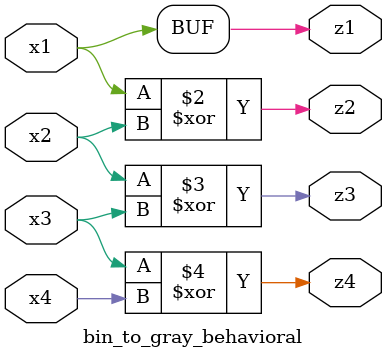
<source format=v>
/* Author: Rylee Colleir
   Date Created: 09/21/2020
   Assignment: Lab 1
   Description: Behavioral level code for a binary to gray code number converter.
*/
module bin_to_gray_behavioral (x1, x2, x3, x4, z1, z2, z3, z4);

input x1, x2, x3, x4;
output reg z1, z2, z3, z4;

always @ (x1 or x2 or x3 or x4)
begin
	z1 = x1;
	z2 = x1 ^ x2;
	z3 = x2 ^ x3;
	z4 = x3 ^ x4;
end
endmodule

</source>
